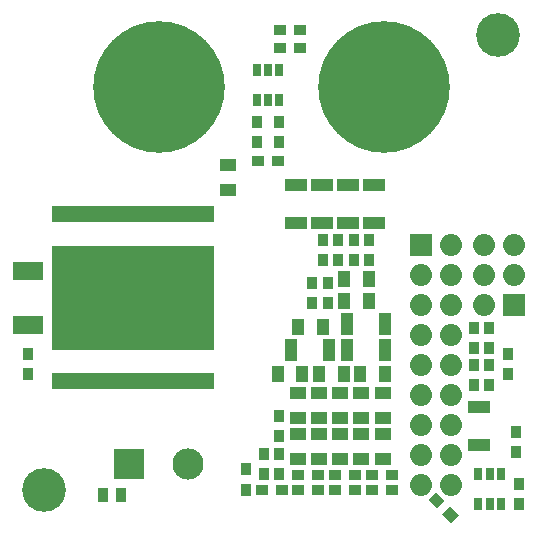
<source format=gbs>
G04 #@! TF.FileFunction,Soldermask,Bot*
%FSLAX46Y46*%
G04 Gerber Fmt 4.6, Leading zero omitted, Abs format (unit mm)*
G04 Created by KiCad (PCBNEW 4.0.4-stable) date Monday, August 28, 2017 'PMt' 10:13:35 PM*
%MOMM*%
%LPD*%
G01*
G04 APERTURE LIST*
%ADD10C,0.100000*%
%ADD11R,0.690000X1.140000*%
%ADD12R,0.940000X1.040000*%
%ADD13R,0.899460X1.229660*%
%ADD14R,13.700200X1.400200*%
%ADD15R,13.700200X8.890200*%
%ADD16R,2.640000X1.640000*%
%ADD17R,1.040000X0.940000*%
%ADD18R,2.640000X2.640000*%
%ADD19C,2.640000*%
%ADD20R,1.040000X1.440000*%
%ADD21R,1.440000X1.040000*%
%ADD22R,1.140000X1.840000*%
%ADD23R,1.840000X1.140000*%
%ADD24R,1.867200X1.867200*%
%ADD25O,1.867200X1.867200*%
%ADD26C,11.140000*%
%ADD27C,3.696000*%
G04 APERTURE END LIST*
D10*
D11*
X117550000Y-117900000D03*
X118500000Y-117900000D03*
X119450000Y-117900000D03*
X119450000Y-120500000D03*
X117550000Y-120500000D03*
X118500000Y-120500000D03*
X100700000Y-86300000D03*
X99750000Y-86300000D03*
X98800000Y-86300000D03*
X98800000Y-83700000D03*
X100700000Y-83700000D03*
X99750000Y-83700000D03*
D12*
X98800000Y-88150000D03*
X98800000Y-89850000D03*
X100700000Y-88150000D03*
X100700000Y-89850000D03*
X100700000Y-114750000D03*
X100700000Y-113050000D03*
X121000000Y-120500000D03*
X121000000Y-118800000D03*
D10*
G36*
X115881077Y-121387437D02*
X115216396Y-122052118D01*
X114481005Y-121316727D01*
X115145686Y-120652046D01*
X115881077Y-121387437D01*
X115881077Y-121387437D01*
G37*
G36*
X114678995Y-120185355D02*
X114014314Y-120850036D01*
X113278923Y-120114645D01*
X113943604Y-119449964D01*
X114678995Y-120185355D01*
X114678995Y-120185355D01*
G37*
D13*
X85740540Y-119700000D03*
X87259460Y-119700000D03*
D14*
X88300000Y-95915000D03*
D15*
X88300000Y-103000000D03*
D14*
X88300000Y-110085000D03*
D16*
X79450000Y-100715000D03*
X79450000Y-105285000D03*
D17*
X100750000Y-81900000D03*
X102450000Y-81900000D03*
D18*
X88000000Y-117050000D03*
D19*
X93000000Y-117050000D03*
D20*
X102650000Y-109450000D03*
X100550000Y-109450000D03*
D21*
X102250000Y-113150000D03*
X102250000Y-111050000D03*
X102250000Y-116650000D03*
X102250000Y-114550000D03*
X104050000Y-114550000D03*
X104050000Y-116650000D03*
X104050000Y-111050000D03*
X104050000Y-113150000D03*
X105850000Y-113150000D03*
X105850000Y-111050000D03*
D20*
X104350000Y-105450000D03*
X102250000Y-105450000D03*
X108250000Y-103250000D03*
X106150000Y-103250000D03*
D21*
X96350000Y-93900000D03*
X96350000Y-91800000D03*
D20*
X106150000Y-109450000D03*
X104050000Y-109450000D03*
D21*
X105850000Y-116650000D03*
X105850000Y-114550000D03*
X107650000Y-114550000D03*
X107650000Y-116650000D03*
X107650000Y-111050000D03*
X107650000Y-113150000D03*
D20*
X109650000Y-109450000D03*
X107550000Y-109450000D03*
D21*
X109450000Y-113150000D03*
X109450000Y-111050000D03*
X109450000Y-116650000D03*
X109450000Y-114550000D03*
D20*
X108250000Y-101450000D03*
X106150000Y-101450000D03*
D22*
X104900000Y-107450000D03*
X101700000Y-107450000D03*
X109600000Y-107450000D03*
X106400000Y-107450000D03*
D23*
X117600000Y-112300000D03*
X117600000Y-115500000D03*
D22*
X109600000Y-105250000D03*
X106400000Y-105250000D03*
D23*
X108700000Y-93500000D03*
X108700000Y-96700000D03*
X106500000Y-93500000D03*
X106500000Y-96700000D03*
X104300000Y-93500000D03*
X104300000Y-96700000D03*
X102100000Y-93500000D03*
X102100000Y-96700000D03*
D17*
X100750000Y-80350000D03*
X102450000Y-80350000D03*
X108500000Y-118000000D03*
X110200000Y-118000000D03*
X105400000Y-118000000D03*
X107100000Y-118000000D03*
X102300000Y-118000000D03*
X104000000Y-118000000D03*
D12*
X100700000Y-116250000D03*
X100700000Y-117950000D03*
X97850000Y-119250000D03*
X97850000Y-117550000D03*
D17*
X100900000Y-119300000D03*
X99200000Y-119300000D03*
X104000000Y-119300000D03*
X102300000Y-119300000D03*
X107100000Y-119300000D03*
X105400000Y-119300000D03*
X110200000Y-119300000D03*
X108500000Y-119300000D03*
D12*
X104400000Y-98150000D03*
X104400000Y-99850000D03*
X105700000Y-98150000D03*
X105700000Y-99850000D03*
X107000000Y-98150000D03*
X107000000Y-99850000D03*
X108300000Y-98150000D03*
X108300000Y-99850000D03*
X79450000Y-107800000D03*
X79450000Y-109500000D03*
X103500000Y-103450000D03*
X103500000Y-101750000D03*
X117150000Y-110400000D03*
X117150000Y-108700000D03*
X118450000Y-108700000D03*
X118450000Y-110400000D03*
X118450000Y-105600000D03*
X118450000Y-107300000D03*
X117150000Y-107300000D03*
X117150000Y-105600000D03*
X104800000Y-101750000D03*
X104800000Y-103450000D03*
X120700000Y-114350000D03*
X120700000Y-116050000D03*
X120050000Y-109450000D03*
X120050000Y-107750000D03*
D24*
X120590000Y-103620000D03*
D25*
X118050000Y-103620000D03*
X120590000Y-101080000D03*
X118050000Y-101080000D03*
X120590000Y-98540000D03*
X118050000Y-98540000D03*
D24*
X112660000Y-98540000D03*
D25*
X115200000Y-98540000D03*
X112660000Y-101080000D03*
X115200000Y-101080000D03*
X112660000Y-103620000D03*
X115200000Y-103620000D03*
X112660000Y-106160000D03*
X115200000Y-106160000D03*
X112660000Y-108700000D03*
X115200000Y-108700000D03*
X112660000Y-111240000D03*
X115200000Y-111240000D03*
X112660000Y-113780000D03*
X115200000Y-113780000D03*
X112660000Y-116320000D03*
X115200000Y-116320000D03*
X112660000Y-118860000D03*
X115200000Y-118860000D03*
D26*
X90475000Y-85200000D03*
X109525000Y-85200000D03*
D27*
X119250000Y-80750000D03*
X80750000Y-119250000D03*
D17*
X98900000Y-91450000D03*
X100600000Y-91450000D03*
D12*
X99400000Y-117950000D03*
X99400000Y-116250000D03*
M02*

</source>
